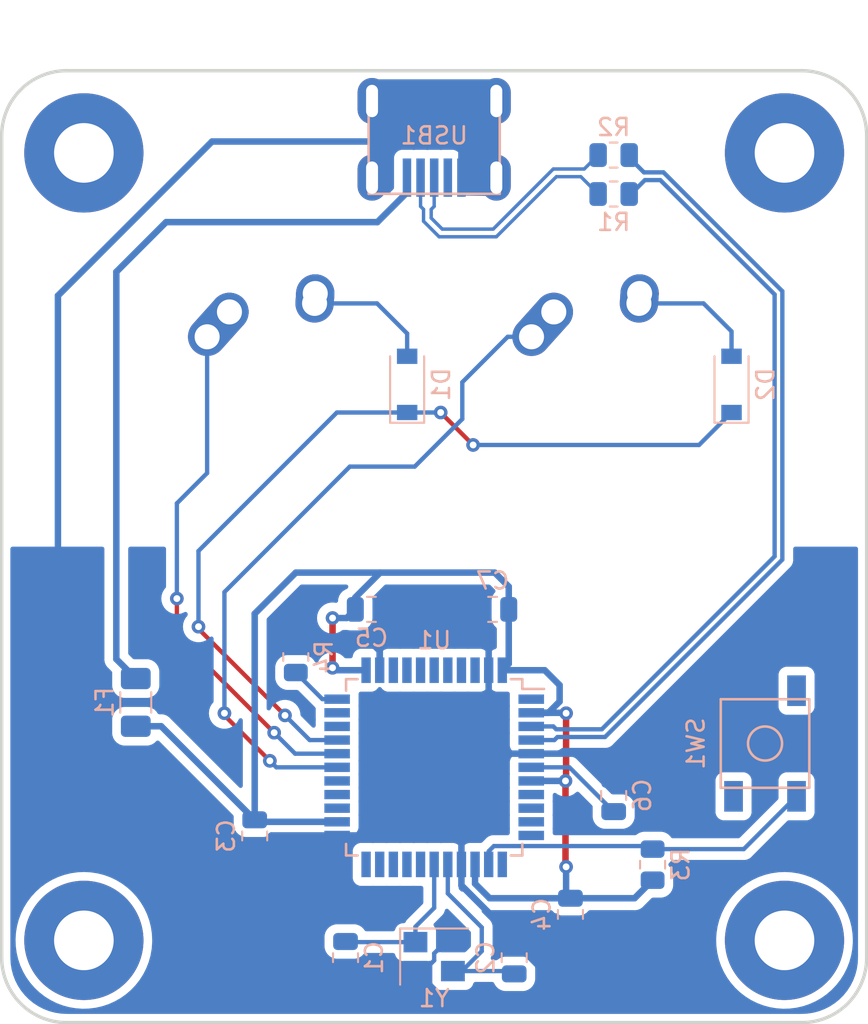
<source format=kicad_pcb>
(kicad_pcb (version 20211014) (generator pcbnew)
  (layers (0 "F.Cu" signal) (31 "B.Cu" signal) (34 "B.Paste" user) (35 "F.Paste" user) (36 "B.SilkS" user "B.Silkscreen") (37 "F.SilkS" user "F.Silkscreen") (38 "B.Mask" user) (39 "F.Mask" user) (44 "Edge.Cuts" user))
  (net 0 "")
  (net 1 "GND")
  (net 2 "Net-(C1-Pad2)")
  (net 3 "Net-(C2-Pad2)")
  (net 4 "+5V")
  (net 5 "Net-(C6-Pad1)")
  (net 6 "ROW0")
  (net 7 "Net-(D1-Pad2)")
  (net 8 "Net-(D2-Pad2)")
  (net 9 "VCC")
  (net 10 "COL0")
  (net 11 "COL1")
  (net 12 "D-")
  (net 13 "Net-(R1-Pad2)")
  (net 14 "D+")
  (net 15 "Net-(R2-Pad2)")
  (net 16 "Net-(R3-Pad2)")
  (net 17 "Net-(R4-Pad1)")
  (footprint "" (layer "F.Cu") (at 106.426 79.756)
    (fp_text reference "" (at 0 0) (layer "F.SilkS") (effects (font (size 1.27 1.27))))
    (fp_text value "" (at 0 0) (layer "F.SilkS") (effects (font (size 1.27 1.27))))
    (pad "1" thru_hole circle (at 0 0) (size 7 7) (drill 3.5) (layers F&B.Cu *.Mask))
  )
  (footprint "" (layer "F.Cu") (at 147.574 79.756)
    (fp_text reference "" (at 0 0) (layer "F.SilkS") (effects (font (size 1.27 1.27))))
    (fp_text value "" (at 0 0) (layer "F.SilkS") (effects (font (size 1.27 1.27))))
    (pad "1" thru_hole circle (at 0 0) (size 7 7) (drill 3.5) (layers F&B.Cu *.Mask))
  )
  (footprint "MX_Alps_Hybrid:MX-1U-NoLED" (layer "F.Cu") (at 136.525 93.091)
    (fp_text reference "MX2")
    (fp_text value "MX-NoLED")
    (pad "" np_thru_hole circle locked (at -5.08 0 48.0996) (size 1.75 1.75) (drill 1.75) (layers *.Cu *.Mask))
    (pad "" np_thru_hole circle locked (at 5.08 0 48.0996) (size 1.75 1.75) (drill 1.75) (layers *.Cu *.Mask))
    (pad "" np_thru_hole circle locked (at 0 0) (size 3.9878 3.9878) (drill 3.9878) (layers *.Cu *.Mask))
    (pad "1" thru_hole oval locked (at -3.81 -2.54 48.0996) (size 4.211556 2.25) (drill 1.47 (offset 0.980778 0)) (layers *.Cu "B.Mask") (net 11 "COL1"))
    (pad "1" thru_hole circle locked (at -2.5 -4) (size 2.25 2.25) (drill 1.47) (layers *.Cu "B.Mask") (net 11 "COL1"))
    (pad "2" thru_hole circle locked (at 2.54 -5.08) (size 2.25 2.25) (drill 1.47) (layers *.Cu "B.Mask") (net 8 "Net-(D2-Pad2)"))
    (pad "2" thru_hole oval locked (at 2.5 -4.5 86.0548) (size 2.831378 2.25) (drill 1.47 (offset 0.290689 0)) (layers *.Cu "B.Mask") (net 8 "Net-(D2-Pad2)"))
  )
  (footprint "" (layer "F.Cu") (at 147.574 125.984)
    (fp_text reference "" (at 0 0) (layer "F.SilkS") (effects (font (size 1.27 1.27))))
    (fp_text value "" (at 0 0) (layer "F.SilkS") (effects (font (size 1.27 1.27))))
    (pad "1" thru_hole circle (at 0 0) (size 7 7) (drill 3.5) (layers F&B.Cu *.Mask))
  )
  (footprint "" (layer "F.Cu") (at 106.426 125.984)
    (fp_text reference "" (at 0 0) (layer "F.SilkS") (effects (font (size 1.27 1.27))))
    (fp_text value "" (at 0 0) (layer "F.SilkS") (effects (font (size 1.27 1.27))))
    (pad "1" thru_hole circle (at 0 0) (size 7 7) (drill 3.5) (layers F&B.Cu *.Mask))
  )
  (footprint "MX_Alps_Hybrid:MX-1U-NoLED" (layer "F.Cu") (at 117.475 93.091)
    (fp_text reference "MX1")
    (fp_text value "MX-NoLED")
    (pad "" np_thru_hole circle locked (at 5.08 0 48.0996) (size 1.75 1.75) (drill 1.75) (layers *.Cu *.Mask))
    (pad "" np_thru_hole circle locked (at 0 0) (size 3.9878 3.9878) (drill 3.9878) (layers *.Cu *.Mask))
    (pad "" np_thru_hole circle locked (at -5.08 0 48.0996) (size 1.75 1.75) (drill 1.75) (layers *.Cu *.Mask))
    (pad "1" thru_hole oval locked (at -3.81 -2.54 48.0996) (size 4.211556 2.25) (drill 1.47 (offset 0.980778 0)) (layers *.Cu "B.Mask") (net 10 "COL0"))
    (pad "1" thru_hole circle locked (at -2.5 -4) (size 2.25 2.25) (drill 1.47) (layers *.Cu "B.Mask") (net 10 "COL0"))
    (pad "2" thru_hole circle locked (at 2.54 -5.08) (size 2.25 2.25) (drill 1.47) (layers *.Cu "B.Mask") (net 7 "Net-(D1-Pad2)"))
    (pad "2" thru_hole oval locked (at 2.5 -4.5 86.0548) (size 2.831378 2.25) (drill 1.47 (offset 0.290689 0)) (layers *.Cu "B.Mask") (net 7 "Net-(D1-Pad2)"))
  )
  (footprint "Resistor_SMD:R_0805_2012Metric" (layer "B.Cu") (at 137.541 82.169)
    (fp_text reference "R1" (at 0 1.65) (layer "B.SilkS") (effects (justify mirror)))
    (fp_text value "22")
    (fp_line (start -0.227064 -0.735) (end 0.227064 -0.735) (layer "B.SilkS") (width 0.12))
    (fp_line (start -0.227064 0.735) (end 0.227064 0.735) (layer "B.SilkS") (width 0.12))
    (pad "1" smd roundrect (at -0.9125 0) (size 1.025 1.4) (layers "B.Cu" "B.Paste" "B.Mask") (roundrect_rratio 0.243902439) (net 12 "D-"))
    (pad "2" smd roundrect (at 0.9125 0) (size 1.025 1.4) (layers "B.Cu" "B.Paste" "B.Mask") (roundrect_rratio 0.243902439) (net 13 "Net-(R1-Pad2)"))
  )
  (footprint "Capacitor_SMD:C_0805_2012Metric" (layer "B.Cu") (at 121.793 127 90)
    (fp_text reference "C1" (at 0 1.68 90) (layer "B.SilkS") (effects (justify mirror)))
    (fp_text value "22pF")
    (fp_line (start -0.261252 0.735) (end 0.261252 0.735) (layer "B.SilkS") (width 0.12))
    (fp_line (start -0.261252 -0.735) (end 0.261252 -0.735) (layer "B.SilkS") (width 0.12))
    (pad "1" smd roundrect (at -0.95 0 90) (size 1 1.45) (layers "B.Cu" "B.Paste" "B.Mask") (net 1 "GND"))
    (pad "2" smd roundrect (at 0.95 0 90) (size 1 1.45) (layers "B.Cu" "B.Paste" "B.Mask") (net 2 "Net-(C1-Pad2)"))
  )
  (footprint "Fuse:Fuse_1206_3216Metric" (layer "B.Cu") (at 109.474 112.014 -90)
    (fp_text reference "F1" (at 0 1.82 90) (layer "B.SilkS") (effects (justify mirror)))
    (fp_text value "500mA")
    (fp_line (start -0.602064 0.91) (end 0.602064 0.91) (layer "B.SilkS") (width 0.12))
    (fp_line (start -0.602064 -0.91) (end 0.602064 -0.91) (layer "B.SilkS") (width 0.12))
    (pad "1" smd roundrect (at -1.4 0 270) (size 1.25 1.75) (layers "B.Cu" "B.Paste" "B.Mask") (roundrect_rratio 0.2) (net 9 "VCC"))
    (pad "2" smd roundrect (at 1.4 0 270) (size 1.25 1.75) (layers "B.Cu" "B.Paste" "B.Mask") (roundrect_rratio 0.2) (net 4 "+5V"))
  )
  (footprint "Capacitor_SMD:C_0805_2012Metric" (layer "B.Cu") (at 135.001 124.46 -90)
    (fp_text reference "C4" (at 0 1.68 90) (layer "B.SilkS") (effects (justify mirror)))
    (fp_text value "0.1uF")
    (fp_line (start -0.261252 0.735) (end 0.261252 0.735) (layer "B.SilkS") (width 0.12))
    (fp_line (start -0.261252 -0.735) (end 0.261252 -0.735) (layer "B.SilkS") (width 0.12))
    (pad "1" smd roundrect (at -0.95 0 270) (size 1 1.45) (layers "B.Cu" "B.Paste" "B.Mask") (net 4 "+5V"))
    (pad "2" smd roundrect (at 0.95 0 270) (size 1 1.45) (layers "B.Cu" "B.Paste" "B.Mask") (net 1 "GND"))
  )
  (footprint "Resistor_SMD:R_0805_2012Metric" (layer "B.Cu") (at 139.827 121.539 90)
    (fp_text reference "R3" (at 0 1.65 90) (layer "B.SilkS") (effects (justify mirror)))
    (fp_text value "10k")
    (fp_line (start -0.227064 -0.735) (end 0.227064 -0.735) (layer "B.SilkS") (width 0.12))
    (fp_line (start -0.227064 0.735) (end 0.227064 0.735) (layer "B.SilkS") (width 0.12))
    (pad "1" smd roundrect (at -0.9125 0 90) (size 1.025 1.4) (layers "B.Cu" "B.Paste" "B.Mask") (roundrect_rratio 0.243902439) (net 4 "+5V"))
    (pad "2" smd roundrect (at 0.9125 0 90) (size 1.025 1.4) (layers "B.Cu" "B.Paste" "B.Mask") (roundrect_rratio 0.243902439) (net 16 "Net-(R3-Pad2)"))
  )
  (footprint "random-keyboard-parts:SKQG-1155865" (layer "B.Cu") (at 146.431 114.427 90)
    (fp_text reference "SW1" (at 0 -4.064 90) (layer "B.SilkS") (effects (justify mirror)))
    (fp_text value "SW_PUSH")
    (fp_line (start -2.6 2.6) (end 2.6 2.6) (layer "B.SilkS") (width 0.15))
    (fp_line (start 2.6 -2.6) (end -2.6 -2.6) (layer "B.SilkS") (width 0.15))
    (fp_line (start 2.6 2.6) (end 2.6 -2.6) (layer "B.SilkS") (width 0.15))
    (fp_line (start -2.6 -2.6) (end -2.6 2.6) (layer "B.SilkS") (width 0.15))
    (fp_circle (center 0 0) (end 1 0) (layer "B.SilkS") (width 0.15) (fill none))
    (pad "1" smd rect locked (at 3.1 -1.85 90) (size 1.8 1.1) (layers "B.Cu" "B.Paste" "B.Mask") (net 1 "GND"))
    (pad "2" smd rect locked (at -3.1 1.85 90) (size 1.8 1.1) (layers "B.Cu" "B.Paste" "B.Mask") (net 16 "Net-(R3-Pad2)"))
    (pad "3" smd rect locked (at 3.1 1.85 90) (size 1.8 1.1) (layers "B.Cu" "B.Paste" "B.Mask"))
    (pad "4" smd rect locked (at -3.1 -1.85 90) (size 1.8 1.1) (layers "B.Cu" "B.Paste" "B.Mask"))
  )
  (footprint "Capacitor_SMD:C_0805_2012Metric" (layer "B.Cu") (at 116.459 119.85625 -90)
    (fp_text reference "C3" (at 0 1.68 90) (layer "B.SilkS") (effects (justify mirror)))
    (fp_text value "0.1uF")
    (fp_line (start -0.261252 -0.735) (end 0.261252 -0.735) (layer "B.SilkS") (width 0.12))
    (fp_line (start -0.261252 0.735) (end 0.261252 0.735) (layer "B.SilkS") (width 0.12))
    (pad "1" smd roundrect (at -0.95 0 270) (size 1 1.45) (layers "B.Cu" "B.Paste" "B.Mask") (net 4 "+5V"))
    (pad "2" smd roundrect (at 0.95 0 270) (size 1 1.45) (layers "B.Cu" "B.Paste" "B.Mask") (net 1 "GND"))
  )
  (footprint "Capacitor_SMD:C_0805_2012Metric" (layer "B.Cu") (at 130.429 106.553 180)
    (fp_text reference "C7" (at 0 1.68) (layer "B.SilkS") (effects (justify mirror)))
    (fp_text value "10uF")
    (fp_line (start -0.261252 0.735) (end 0.261252 0.735) (layer "B.SilkS") (width 0.12))
    (fp_line (start -0.261252 -0.735) (end 0.261252 -0.735) (layer "B.SilkS") (width 0.12))
    (pad "1" smd roundrect (at -0.95 0 180) (size 1 1.45) (layers "B.Cu" "B.Paste" "B.Mask") (net 4 "+5V"))
    (pad "2" smd roundrect (at 0.95 0 180) (size 1 1.45) (layers "B.Cu" "B.Paste" "B.Mask") (net 1 "GND"))
  )
  (footprint "Diode_SMD:D_SOD-123" (layer "B.Cu") (at 144.4625 93.345 90)
    (fp_text reference "D2" (at 0 2 90) (layer "B.SilkS") (effects (justify mirror)))
    (fp_text value "SOD-123")
    (fp_line (start -2.25 -1) (end 1.65 -1) (layer "B.SilkS") (width 0.12))
    (fp_line (start -2.25 1) (end -2.25 -1) (layer "B.SilkS") (width 0.12))
    (fp_line (start -2.25 1) (end 1.65 1) (layer "B.SilkS") (width 0.12))
    (pad "1" smd rect (at -1.65 0 90) (size 0.9 1.2) (layers "B.Cu" "B.Paste" "B.Mask") (net 6 "ROW0"))
    (pad "2" smd rect (at 1.65 0 90) (size 0.9 1.2) (layers "B.Cu" "B.Paste" "B.Mask") (net 8 "Net-(D2-Pad2)"))
  )
  (footprint "random-keyboard-parts:Molex-0548190589" (layer "B.Cu") (at 127 76.708 -90)
    (fp_text reference "USB1" (at 2.032 0) (layer "B.SilkS") (effects (justify mirror)))
    (fp_text value "Molex-0548190589")
    (fp_line (start 5.45 3.85) (end 5.45 -3.85) (layer "B.SilkS") (width 0.15))
    (fp_line (start 0 -3.85) (end 5.45 -3.85) (layer "B.SilkS") (width 0.15))
    (fp_line (start 0 3.85) (end 5.45 3.85) (layer "B.SilkS") (width 0.15))
    (pad "1" smd rect locked (at 4.5 -1.6 270) (size 2.25 0.5) (layers "B.Cu" "B.Paste" "B.Mask") (net 1 "GND"))
    (pad "2" smd rect locked (at 4.5 -0.8 270) (size 2.25 0.5) (layers "B.Cu" "B.Paste" "B.Mask"))
    (pad "3" smd rect locked (at 4.5 0 270) (size 2.25 0.5) (layers "B.Cu" "B.Paste" "B.Mask") (net 14 "D+"))
    (pad "4" smd rect locked (at 4.5 0.8 270) (size 2.25 0.5) (layers "B.Cu" "B.Paste" "B.Mask") (net 12 "D-"))
    (pad "5" smd rect locked (at 4.5 1.6 270) (size 2.25 0.5) (layers "B.Cu" "B.Paste" "B.Mask") (net 9 "VCC"))
    (pad "6" thru_hole oval locked (at 0 3.65 270) (size 2.7 1.7) (drill oval 1.9 0.7) (layers *.Cu *.Mask) (net 1 "GND"))
    (pad "6" thru_hole oval locked (at 4.5 -3.65 270) (size 2.7 1.7) (drill oval 1.9 0.7) (layers *.Cu *.Mask) (net 1 "GND"))
    (pad "6" thru_hole oval locked (at 4.5 3.65 270) (size 2.7 1.7) (drill oval 1.9 0.7) (layers *.Cu *.Mask) (net 1 "GND"))
    (pad "6" thru_hole oval locked (at 0 -3.65 270) (size 2.7 1.7) (drill oval 1.9 0.7) (layers *.Cu *.Mask) (net 1 "GND"))
  )
  (footprint "Capacitor_SMD:C_0805_2012Metric" (layer "B.Cu") (at 131.699 127 -90)
    (fp_text reference "C2" (at 0 1.68 90) (layer "B.SilkS") (effects (justify mirror)))
    (fp_text value "22pF")
    (fp_line (start -0.261252 -0.735) (end 0.261252 -0.735) (layer "B.SilkS") (width 0.12))
    (fp_line (start -0.261252 0.735) (end 0.261252 0.735) (layer "B.SilkS") (width 0.12))
    (pad "1" smd roundrect (at -0.95 0 270) (size 1 1.45) (layers "B.Cu" "B.Paste" "B.Mask") (net 1 "GND"))
    (pad "2" smd roundrect (at 0.95 0 270) (size 1 1.45) (layers "B.Cu" "B.Paste" "B.Mask") (net 3 "Net-(C2-Pad2)"))
  )
  (footprint "Resistor_SMD:R_0805_2012Metric" (layer "B.Cu") (at 118.872 109.347 90)
    (fp_text reference "R4" (at 0 1.65 90) (layer "B.SilkS") (effects (justify mirror)))
    (fp_text value "10k")
    (fp_line (start -0.227064 0.735) (end 0.227064 0.735) (layer "B.SilkS") (width 0.12))
    (fp_line (start -0.227064 -0.735) (end 0.227064 -0.735) (layer "B.SilkS") (width 0.12))
    (pad "1" smd roundrect (at -0.9125 0 90) (size 1.025 1.4) (layers "B.Cu" "B.Paste" "B.Mask") (roundrect_rratio 0.243902439) (net 17 "Net-(R4-Pad1)"))
    (pad "2" smd roundrect (at 0.9125 0 90) (size 1.025 1.4) (layers "B.Cu" "B.Paste" "B.Mask") (roundrect_rratio 0.243902439) (net 1 "GND"))
  )
  (footprint "Diode_SMD:D_SOD-123" (layer "B.Cu") (at 125.4125 93.345 90)
    (fp_text reference "D1" (at 0 2 90) (layer "B.SilkS") (effects (justify mirror)))
    (fp_text value "SOD-123")
    (fp_line (start -2.25 -1) (end 1.65 -1) (layer "B.SilkS") (width 0.12))
    (fp_line (start -2.25 1) (end 1.65 1) (layer "B.SilkS") (width 0.12))
    (fp_line (start -2.25 1) (end -2.25 -1) (layer "B.SilkS") (width 0.12))
    (pad "1" smd rect (at -1.65 0 90) (size 0.9 1.2) (layers "B.Cu" "B.Paste" "B.Mask") (net 6 "ROW0"))
    (pad "2" smd rect (at 1.65 0 90) (size 0.9 1.2) (layers "B.Cu" "B.Paste" "B.Mask") (net 7 "Net-(D1-Pad2)"))
  )
  (footprint "Capacitor_SMD:C_0805_2012Metric" (layer "B.Cu") (at 123.317 106.553)
    (fp_text reference "C5" (at 0 1.68) (layer "B.SilkS") (effects (justify mirror)))
    (fp_text value "0.1uF")
    (fp_line (start -0.261252 0.735) (end 0.261252 0.735) (layer "B.SilkS") (width 0.12))
    (fp_line (start -0.261252 -0.735) (end 0.261252 -0.735) (layer "B.SilkS") (width 0.12))
    (pad "1" smd roundrect (at -0.95 0) (size 1 1.45) (layers "B.Cu" "B.Paste" "B.Mask") (net 4 "+5V"))
    (pad "2" smd roundrect (at 0.95 0) (size 1 1.45) (layers "B.Cu" "B.Paste" "B.Mask") (net 1 "GND"))
  )
  (footprint "Package_QFP:TQFP-44_10x10mm_P0.8mm" (layer "B.Cu") (at 127 115.824 180)
    (fp_text reference "U1" (at 0 7.45) (layer "B.SilkS") (effects (justify mirror)))
    (fp_text value "ATmega32U4-A")
    (fp_line (start 5.175 5.175) (end 4.5 5.175) (layer "B.SilkS") (width 0.15))
    (fp_line (start 5.175 -5.175) (end 5.175 -4.5) (layer "B.SilkS") (width 0.15))
    (fp_line (start -5.175 -5.175) (end -4.5 -5.175) (layer "B.SilkS") (width 0.15))
    (fp_line (start -5.175 5.175) (end -5.175 4.6) (layer "B.SilkS") (width 0.15))
    (fp_line (start -5.175 -5.175) (end -5.175 -4.5) (layer "B.SilkS") (width 0.15))
    (fp_line (start 5.175 5.175) (end 5.175 4.5) (layer "B.SilkS") (width 0.15))
    (fp_line (start 5.175 -5.175) (end 4.5 -5.175) (layer "B.SilkS") (width 0.15))
    (fp_line (start -5.175 4.6) (end -6.45 4.6) (layer "B.SilkS") (width 0.15))
    (fp_line (start -5.175 5.175) (end -4.5 5.175) (layer "B.SilkS") (width 0.15))
    (pad "1" smd rect (at -5.7 4 180) (size 1.5 0.55) (layers "B.Cu" "B.Paste" "B.Mask"))
    (pad "2" smd rect (at -5.7 3.2 180) (size 1.5 0.55) (layers "B.Cu" "B.Paste" "B.Mask") (net 4 "+5V"))
    (pad "3" smd rect (at -5.7 2.4 180) (size 1.5 0.55) (layers "B.Cu" "B.Paste" "B.Mask") (net 13 "Net-(R1-Pad2)"))
    (pad "4" smd rect (at -5.7 1.6 180) (size 1.5 0.55) (layers "B.Cu" "B.Paste" "B.Mask") (net 15 "Net-(R2-Pad2)"))
    (pad "5" smd rect (at -5.7 0.8 180) (size 1.5 0.55) (layers "B.Cu" "B.Paste" "B.Mask") (net 1 "GND"))
    (pad "6" smd rect (at -5.7 0 180) (size 1.5 0.55) (layers "B.Cu" "B.Paste" "B.Mask") (net 5 "Net-(C6-Pad1)"))
    (pad "7" smd rect (at -5.7 -0.8 180) (size 1.5 0.55) (layers "B.Cu" "B.Paste" "B.Mask") (net 4 "+5V"))
    (pad "8" smd rect (at -5.7 -1.6 180) (size 1.5 0.55) (layers "B.Cu" "B.Paste" "B.Mask"))
    (pad "9" smd rect (at -5.7 -2.4 180) (size 1.5 0.55) (layers "B.Cu" "B.Paste" "B.Mask"))
    (pad "10" smd rect (at -5.7 -3.2 180) (size 1.5 0.55) (layers "B.Cu" "B.Paste" "B.Mask"))
    (pad "11" smd rect (at -5.7 -4 180) (size 1.5 0.55) (layers "B.Cu" "B.Paste" "B.Mask"))
    (pad "12" smd rect (at -4 -5.7 90) (size 1.5 0.55) (layers "B.Cu" "B.Paste" "B.Mask"))
    (pad "13" smd rect (at -3.2 -5.7 90) (size 1.5 0.55) (layers "B.Cu" "B.Paste" "B.Mask") (net 16 "Net-(R3-Pad2)"))
    (pad "14" smd rect (at -2.4 -5.7 90) (size 1.5 0.55) (layers "B.Cu" "B.Paste" "B.Mask") (net 4 "+5V"))
    (pad "15" smd rect (at -1.6 -5.7 90) (size 1.5 0.55) (layers "B.Cu" "B.Paste" "B.Mask") (net 1 "GND"))
    (pad "16" smd rect (at -0.8 -5.7 90) (size 1.5 0.55) (layers "B.Cu" "B.Paste" "B.Mask") (net 3 "Net-(C2-Pad2)"))
    (pad "17" smd rect (at 0 -5.7 90) (size 1.5 0.55) (layers "B.Cu" "B.Paste" "B.Mask") (net 2 "Net-(C1-Pad2)"))
    (pad "18" smd rect (at 0.8 -5.7 90) (size 1.5 0.55) (layers "B.Cu" "B.Paste" "B.Mask"))
    (pad "19" smd rect (at 1.6 -5.7 90) (size 1.5 0.55) (layers "B.Cu" "B.Paste" "B.Mask"))
    (pad "20" smd rect (at 2.4 -5.7 90) (size 1.5 0.55) (layers "B.Cu" "B.Paste" "B.Mask"))
    (pad "21" smd rect (at 3.2 -5.7 90) (size 1.5 0.55) (layers "B.Cu" "B.Paste" "B.Mask"))
    (pad "22" smd rect (at 4 -5.7 90) (size 1.5 0.55) (layers "B.Cu" "B.Paste" "B.Mask"))
    (pad "23" smd rect (at 5.7 -4 180) (size 1.5 0.55) (layers "B.Cu" "B.Paste" "B.Mask") (net 1 "GND"))
    (pad "24" smd rect (at 5.7 -3.2 180) (size 1.5 0.55) (layers "B.Cu" "B.Paste" "B.Mask") (net 4 "+5V"))
    (pad "25" smd rect (at 5.7 -2.4 180) (size 1.5 0.55) (layers "B.Cu" "B.Paste" "B.Mask"))
    (pad "26" smd rect (at 5.7 -1.6 180) (size 1.5 0.55) (layers "B.Cu" "B.Paste" "B.Mask"))
    (pad "27" smd rect (at 5.7 -0.8 180) (size 1.5 0.55) (layers "B.Cu" "B.Paste" "B.Mask"))
    (pad "28" smd rect (at 5.7 0 180) (size 1.5 0.55) (layers "B.Cu" "B.Paste" "B.Mask") (net 11 "COL1"))
    (pad "29" smd rect (at 5.7 0.8 180) (size 1.5 0.55) (layers "B.Cu" "B.Paste" "B.Mask") (net 10 "COL0"))
    (pad "30" smd rect (at 5.7 1.6 180) (size 1.5 0.55) (layers "B.Cu" "B.Paste" "B.Mask") (net 6 "ROW0"))
    (pad "31" smd rect (at 5.7 2.4 180) (size 1.5 0.55) (layers "B.Cu" "B.Paste" "B.Mask"))
    (pad "32" smd rect (at 5.7 3.2 180) (size 1.5 0.55) (layers "B.Cu" "B.Paste" "B.Mask"))
    (pad "33" smd rect (at 5.7 4 180) (size 1.5 0.55) (layers "B.Cu" "B.Paste" "B.Mask") (net 17 "Net-(R4-Pad1)"))
    (pad "34" smd rect (at 4 5.7 90) (size 1.5 0.55) (layers "B.Cu" "B.Paste" "B.Mask") (net 4 "+5V"))
    (pad "35" smd rect (at 3.2 5.7 90) (size 1.5 0.55) (layers "B.Cu" "B.Paste" "B.Mask") (net 1 "GND"))
    (pad "36" smd rect (at 2.4 5.7 90) (size 1.5 0.55) (layers "B.Cu" "B.Paste" "B.Mask"))
    (pad "37" smd rect (at 1.6 5.7 90) (size 1.5 0.55) (layers "B.Cu" "B.Paste" "B.Mask"))
    (pad "38" smd rect (at 0.8 5.7 90) (size 1.5 0.55) (layers "B.Cu" "B.Paste" "B.Mask"))
    (pad "39" smd rect (at 0 5.7 90) (size 1.5 0.55) (layers "B.Cu" "B.Paste" "B.Mask"))
    (pad "40" smd rect (at -0.8 5.7 90) (size 1.5 0.55) (layers "B.Cu" "B.Paste" "B.Mask"))
    (pad "41" smd rect (at -1.6 5.7 90) (size 1.5 0.55) (layers "B.Cu" "B.Paste" "B.Mask"))
    (pad "42" smd rect (at -2.4 5.7 90) (size 1.5 0.55) (layers "B.Cu" "B.Paste" "B.Mask"))
    (pad "43" smd rect (at -3.2 5.7 90) (size 1.5 0.55) (layers "B.Cu" "B.Paste" "B.Mask") (net 1 "GND"))
    (pad "44" smd rect (at -4 5.7 90) (size 1.5 0.55) (layers "B.Cu" "B.Paste" "B.Mask") (net 4 "+5V"))
  )
  (footprint "Crystal:Crystal_SMD_3225-4Pin_3.2x2.5mm" (layer "B.Cu") (at 127 126.9365)
    (fp_text reference "Y1" (at 0 2.45) (layer "B.SilkS") (effects (justify mirror)))
    (fp_text value "16MHz")
    (fp_line (start -2 1.65) (end -2 -1.65) (layer "B.SilkS") (width 0.12))
    (fp_line (start -2 -1.65) (end 2 -1.65) (layer "B.SilkS") (width 0.12))
    (pad "1" smd rect (at -1.1 -0.85) (size 1.4 1.2) (layers "B.Cu" "B.Paste" "B.Mask") (net 2 "Net-(C1-Pad2)"))
    (pad "2" smd rect (at 1.1 -0.85) (size 1.4 1.2) (layers "B.Cu" "B.Paste" "B.Mask") (net 1 "GND"))
    (pad "3" smd rect (at 1.1 0.85) (size 1.4 1.2) (layers "B.Cu" "B.Paste" "B.Mask") (net 3 "Net-(C2-Pad2)"))
    (pad "4" smd rect (at -1.1 0.85) (size 1.4 1.2) (layers "B.Cu" "B.Paste" "B.Mask") (net 1 "GND"))
  )
  (footprint "Resistor_SMD:R_0805_2012Metric" (layer "B.Cu") (at 137.541 79.883)
    (fp_text reference "R2" (at 0 -1.633) (layer "B.SilkS") (effects (justify mirror)))
    (fp_text value "22")
    (fp_line (start -0.227064 -0.735) (end 0.227064 -0.735) (layer "B.SilkS") (width 0.12))
    (fp_line (start -0.227064 0.735) (end 0.227064 0.735) (layer "B.SilkS") (width 0.12))
    (pad "1" smd roundrect (at -0.9125 0) (size 1.025 1.4) (layers "B.Cu" "B.Paste" "B.Mask") (roundrect_rratio 0.243902439) (net 14 "D+"))
    (pad "2" smd roundrect (at 0.9125 0) (size 1.025 1.4) (layers "B.Cu" "B.Paste" "B.Mask") (roundrect_rratio 0.243902439) (net 15 "Net-(R2-Pad2)"))
  )
  (footprint "Capacitor_SMD:C_0805_2012Metric" (layer "B.Cu") (at 137.541 117.475 90)
    (fp_text reference "C6" (at 0 1.68 90) (layer "B.SilkS") (effects (justify mirror)))
    (fp_text value "1uF")
    (fp_line (start -0.261252 0.735) (end 0.261252 0.735) (layer "B.SilkS") (width 0.12))
    (fp_line (start -0.261252 -0.735) (end 0.261252 -0.735) (layer "B.SilkS") (width 0.12))
    (pad "1" smd roundrect (at -0.95 0 90) (size 1 1.45) (layers "B.Cu" "B.Paste" "B.Mask") (net 5 "Net-(C6-Pad1)"))
    (pad "2" smd roundrect (at 0.95 0 90) (size 1 1.45) (layers "B.Cu" "B.Paste" "B.Mask") (net 1 "GND"))
  )
  (gr_line (start 148.59 130.81) (end 105.41 130.81) (layer "Edge.Cuts") (width 0.2))
  (gr_line (start 101.6 127) (end 101.6 78.74) (layer "Edge.Cuts") (width 0.2))
  (gr_arc (start 101.6 78.74) (mid 102.715923 76.045923) (end 105.41 74.93) (layer "Edge.Cuts") (width 0.2))
  (gr_arc (start 105.41 130.81) (mid 102.715923 129.694077) (end 101.6 127) (layer "Edge.Cuts") (width 0.2))
  (gr_line (start 152.4 78.74) (end 152.4 127) (layer "Edge.Cuts") (width 0.2))
  (gr_line (start 105.41 74.93) (end 148.59 74.93) (layer "Edge.Cuts") (width 0.2))
  (gr_arc (start 152.4 127) (mid 151.284077 129.694077) (end 148.59 130.81) (layer "Edge.Cuts") (width 0.2))
  (gr_arc (start 148.59 74.93) (mid 151.284077 76.045923) (end 152.4 78.74) (layer "Edge.Cuts") (width 0.2))
  (segment (start 123.8 110.124) (end 123.8 108.993) (width 0.381) (layer "B.Cu") (net 1))
  (segment (start 130.429 124.587) (end 134.178 124.587) (width 0.381) (layer "B.Cu") (net 1))
  (segment (start 130.65 81.208) (end 128.6 81.208) (width 0.381) (layer "B.Cu") (net 1))
  (segment (start 136.04 115.024) (end 137.541 116.525) (width 0.381) (layer "B.Cu") (net 1))
  (segment (start 104.902 88.138) (end 104.902 115.57) (width 0.381) (layer "B.Cu") (net 1))
  (segment (start 128.651 117.475) (end 130.175 115.951) (width 0.381) (layer "B.Cu") (net 1))
  (segment (start 123.8 110.124) (end 123.8 107.02) (width 0.381) (layer "B.Cu") (net 1))
  (segment (start 121.9565 127.7865) (end 121.793 127.95) (width 0.381) (layer "B.Cu") (net 1))
  (segment (start 133.604 128.778) (end 133.604 127.955) (width 0.381) (layer "B.Cu") (net 1))
  (segment (start 130.175 115.951) (end 131.102 115.024) (width 0.381) (layer "B.Cu") (net 1))
  (segment (start 127.7805 129.667) (end 132.715 129.667) (width 0.381) (layer "B.Cu") (net 1))
  (segment (start 123.35 79.088) (end 123.35 76.708) (width 0.381) (layer "B.Cu") (net 1))
  (segment (start 137.541 116.525) (end 139.38 116.525) (width 0.381) (layer "B.Cu") (net 1))
  (segment (start 128.11 79.088) (end 128.6 79.578) (width 0.381) (layer "B.Cu") (net 1))
  (segment (start 139.38 116.525) (end 144.578 111.327) (width 0.381) (layer "B.Cu") (net 1))
  (segment (start 126.302 119.824) (end 128.651 117.475) (width 0.381) (layer "B.Cu") (net 1))
  (segment (start 133.604 127.955) (end 131.699 126.05) (width 0.381) (layer "B.Cu") (net 1))
  (segment (start 128.6 122.758) (end 128.6 121.524) (width 0.381) (layer "B.Cu") (net 1))
  (segment (start 124.267 106.553) (end 129.479 106.553) (width 0.381) (layer "B.Cu") (net 1))
  (segment (start 130.2 108.61) (end 130.2 110.124) (width 0.381) (layer "B.Cu") (net 1))
  (segment (start 123.35 81.208) (end 123.35 79.088) (width 0.381) (layer "B.Cu") (net 1))
  (segment (start 123.8 107.02) (end 124.267 106.553) (width 0.381) (layer "B.Cu") (net 1))
  (segment (start 123.2415 108.4345) (end 118.872 108.4345) (width 0.381) (layer "B.Cu") (net 1))
  (segment (start 130.2 115.926) (end 130.175 115.951) (width 0.381) (layer "B.Cu") (net 1))
  (segment (start 131.102 115.024) (end 132.7 115.024) (width 0.381) (layer "B.Cu") (net 1))
  (segment (start 127 127.16075) (end 127 126.746) (width 0.254) (layer "B.Cu") (net 1))
  (segment (start 127 126.746) (end 127.6595 126.0865) (width 0.254) (layer "B.Cu") (net 1))
  (segment (start 130.65 76.708) (end 130.65 81.208) (width 0.381) (layer "B.Cu") (net 1))
  (segment (start 130.2 110.124) (end 130.2 115.926) (width 0.381) (layer "B.Cu") (net 1))
  (segment (start 131.699 125.857) (end 128.6 122.758) (width 0.381) (layer "B.Cu") (net 1))
  (segment (start 128.6 121.524) (end 128.6 117.526) (width 0.381) (layer "B.Cu") (net 1))
  (segment (start 127.6595 126.0865) (end 127.719 126.0865) (width 0.254) (layer "B.Cu") (net 1))
  (segment (start 129.479 107.889) (end 130.2 108.61) (width 0.381) (layer "B.Cu") (net 1))
  (segment (start 121.3 119.824) (end 126.302 119.824) (width 0.381) (layer "B.Cu") (net 1))
  (segment (start 117.44125 119.824) (end 121.3 119.824) (width 0.381) (layer "B.Cu") (net 1))
  (segment (start 125.9 127.7865) (end 121.9565 127.7865) (width 0.381) (layer "B.Cu") (net 1))
  (segment (start 128.6 117.526) (end 128.651 117.475) (width 0.381) (layer "B.Cu") (net 1))
  (segment (start 123.35 79.088) (end 128.11 79.088) (width 0.381) (layer "B.Cu") (net 1))
  (segment (start 113.952 79.088) (end 104.902 88.138) (width 0.381) (layer "B.Cu") (net 1))
  (segment (start 129.479 106.553) (end 129.479 107.889) (width 0.381) (layer "B.Cu") (net 1))
  (segment (start 132.715 129.667) (end 133.604 128.778) (width 0.381) (layer "B.Cu") (net 1))
  (segment (start 128.6 79.578) (end 128.6 81.208) (width 0.381) (layer "B.Cu") (net 1))
  (segment (start 126.37425 127.7865) (end 127 127.16075) (width 0.254) (layer "B.Cu") (net 1))
  (segment (start 134.178 124.587) (end 135.001 125.41) (width 0.381) (layer "B.Cu") (net 1))
  (segment (start 127.719 126.0865) (end 128.1 126.0865) (width 0.381) (layer "B.Cu") (net 1))
  (segment (start 131.6625 126.0865) (end 131.699 126.05) (width 0.381) (layer "B.Cu") (net 1))
  (segment (start 144.578 111.327) (end 144.581 111.327) (width 0.381) (layer "B.Cu") (net 1))
  (segment (start 125.9 127.7865) (end 127.7805 129.667) (width 0.381) (layer "B.Cu") (net 1))
  (segment (start 125.9 127.7865) (end 126.37425 127.7865) (width 0.254) (layer "B.Cu") (net 1))
  (segment (start 132.7 115.024) (end 136.04 115.024) (width 0.381) (layer "B.Cu") (net 1))
  (segment (start 123.35 79.088) (end 113.952 79.088) (width 0.381) (layer "B.Cu") (net 1))
  (segment (start 116.459 120.80625) (end 117.44125 119.824) (width 0.381) (layer "B.Cu") (net 1))
  (segment (start 131.699 126.05) (end 131.699 125.857) (width 0.381) (layer "B.Cu") (net 1))
  (segment (start 137.541 116.525) (end 137.541 116.335) (width 0.381) (layer "B.Cu") (net 1))
  (segment (start 110.236 120.904) (end 116.36125 120.904) (width 0.381) (layer "B.Cu") (net 1))
  (segment (start 123.8 108.993) (end 123.2415 108.4345) (width 0.381) (layer "B.Cu") (net 1))
  (segment (start 104.902 115.57) (end 110.236 120.904) (width 0.381) (layer "B.Cu") (net 1))
  (segment (start 116.36125 120.904) (end 116.459 120.80625) (width 0.381) (layer "B.Cu") (net 1))
  (segment (start 128.6 122.758) (end 130.429 124.587) (width 0.381) (layer "B.Cu") (net 1))
  (segment (start 121.8295 126.0865) (end 121.793 126.05) (width 0.254) (layer "B.Cu") (net 2))
  (segment (start 125.9 126.0865) (end 121.8295 126.0865) (width 0.254) (layer "B.Cu") (net 2))
  (segment (start 127 124.079) (end 127 121.524) (width 0.254) (layer "B.Cu") (net 2))
  (segment (start 125.9 125.179) (end 127 124.079) (width 0.254) (layer "B.Cu") (net 2))
  (segment (start 125.9 126.0865) (end 125.9 125.179) (width 0.254) (layer "B.Cu") (net 2))
  (segment (start 131.5355 127.7865) (end 131.699 127.95) (width 0.254) (layer "B.Cu") (net 3))
  (segment (start 128.1 127.7865) (end 127.9675 127.7865) (width 0.254) (layer "B.Cu") (net 3))
  (segment (start 127.8 123.228) (end 129.794 125.222) (width 0.254) (layer "B.Cu") (net 3))
  (segment (start 129.794 126.619) (end 128.6265 127.7865) (width 0.254) (layer "B.Cu") (net 3))
  (segment (start 129.794 125.222) (end 129.794 126.619) (width 0.254) (layer "B.Cu") (net 3))
  (segment (start 128.6265 127.7865) (end 128.1 127.7865) (width 0.254) (layer "B.Cu") (net 3))
  (segment (start 128.1 127.7865) (end 131.5355 127.7865) (width 0.254) (layer "B.Cu") (net 3))
  (segment (start 127.8 121.524) (end 127.8 123.228) (width 0.254) (layer "B.Cu") (net 3))
  (segment (start 134.747 112.649) (end 134.747 116.586) (width 0.381) (layer "F.Cu") (net 4))
  (segment (start 134.710786 116.622214) (end 134.710786 121.629786) (width 0.381) (layer "F.Cu") (net 4))
  (segment (start 134.747 116.586) (end 134.710786 116.622214) (width 0.381) (layer "F.Cu") (net 4))
  (segment (start 134.710786 121.629786) (end 134.747 121.666) (width 0.381) (layer "F.Cu") (net 4))
  (segment (start 121.031 109.982) (end 121.031 107.061) (width 0.381) (layer "F.Cu") (net 4))
  (via (at 121.031 107.061) (size 0.8) (drill 0.4) (layers "F.Cu" "B.Cu") (net 4))
  (via (at 121.031 109.982) (size 0.8) (drill 0.4) (layers "F.Cu" "B.Cu") (net 4))
  (via (at 134.747 121.666) (size 0.8) (drill 0.4) (layers "F.Cu" "B.Cu") (net 4))
  (via (at 134.747 112.649) (size 0.8) (drill 0.4) (layers "F.Cu" "B.Cu") (net 4))
  (via (at 134.710786 116.622214) (size 0.8) (drill 0.4) (layers "F.Cu" "B.Cu") (net 4))
  (segment (start 116.459 106.807) (end 116.459 118.90625) (width 0.381) (layer "B.Cu") (net 4))
  (segment (start 132.701786 116.622214) (end 132.7 116.624) (width 0.381) (layer "B.Cu") (net 4))
  (segment (start 135.001 123.51) (end 138.7685 123.51) (width 0.381) (layer "B.Cu") (net 4))
  (segment (start 130.556 104.394) (end 123.825 104.394) (width 0.381) (layer "B.Cu") (net 4))
  (segment (start 121.173 110.124) (end 121.031 109.982) (width 0.381) (layer "B.Cu") (net 4))
  (segment (start 131.379 106.553) (end 131.379 105.217) (width 0.381) (layer "B.Cu") (net 4))
  (segment (start 131.379 106.553) (end 131.379 109.745) (width 0.381) (layer "B.Cu") (net 4))
  (segment (start 109.474 113.414) (end 110.96675 113.414) (width 0.381) (layer "B.Cu") (net 4))
  (segment (start 138.7685 123.51) (end 139.827 122.4515) (width 0.381) (layer "B.Cu") (net 4))
  (segment (start 134.710786 116.622214) (end 132.701786 116.622214) (width 0.381) (layer "B.Cu") (net 4))
  (segment (start 121.031 107.061) (end 121.859 107.061) (width 0.381) (layer "B.Cu") (net 4))
  (segment (start 116.57675 119.024) (end 121.3 119.024) (width 0.381) (layer "B.Cu") (net 4))
  (segment (start 129.4 121.524) (end 129.4 122.655) (width 0.381) (layer "B.Cu") (net 4))
  (segment (start 130.255 123.51) (end 135.001 123.51) (width 0.381) (layer "B.Cu") (net 4))
  (segment (start 122.367 105.852) (end 122.367 106.553) (width 0.381) (layer "B.Cu") (net 4))
  (segment (start 123 110.124) (end 121.173 110.124) (width 0.381) (layer "B.Cu") (net 4))
  (segment (start 133.706 112.624) (end 132.7 112.624) (width 0.381) (layer "B.Cu") (net 4))
  (segment (start 123.825 104.394) (end 122.367 105.852) (width 0.381) (layer "B.Cu") (net 4))
  (segment (start 131.379 109.745) (end 131 110.124) (width 0.381) (layer "B.Cu") (net 4))
  (segment (start 118.872 104.394) (end 116.459 106.807) (width 0.381) (layer "B.Cu") (net 4))
  (segment (start 134.366 111.964) (end 133.706 112.624) (width 0.381) (layer "B.Cu") (net 4))
  (segment (start 116.459 118.90625) (end 116.57675 119.024) (width 0.381) (layer "B.Cu") (net 4))
  (segment (start 131.379 105.217) (end 130.556 104.394) (width 0.381) (layer "B.Cu") (net 4))
  (segment (start 129.413 121.511) (end 129.4 121.524) (width 0.381) (layer "B.Cu") (net 4))
  (segment (start 134.747 123.256) (end 135.001 123.51) (width 0.381) (layer "B.Cu") (net 4))
  (segment (start 134.366 110.998) (end 134.366 111.964) (width 0.381) (layer "B.Cu") (net 4))
  (segment (start 131 110.124) (end 133.492 110.124) (width 0.381) (layer "B.Cu") (net 4))
  (segment (start 121.859 107.061) (end 122.367 106.553) (width 0.381) (layer "B.Cu") (net 4))
  (segment (start 133.492 110.124) (end 134.366 110.998) (width 0.381) (layer "B.Cu") (net 4))
  (segment (start 123.825 104.394) (end 118.872 104.394) (width 0.381) (layer "B.Cu") (net 4))
  (segment (start 129.4 122.655) (end 130.255 123.51) (width 0.381) (layer "B.Cu") (net 4))
  (segment (start 134.722 112.624) (end 134.747 112.649) (width 0.381) (layer "B.Cu") (net 4))
  (segment (start 110.96675 113.414) (end 116.459 118.90625) (width 0.381) (layer "B.Cu") (net 4))
  (segment (start 132.7 112.624) (end 134.722 112.624) (width 0.381) (layer "B.Cu") (net 4))
  (segment (start 134.747 121.666) (end 134.747 123.256) (width 0.381) (layer "B.Cu") (net 4))
  (segment (start 132.7 115.824) (end 134.94 115.824) (width 0.254) (layer "B.Cu") (net 5))
  (segment (start 134.94 115.824) (end 137.541 118.425) (width 0.254) (layer "B.Cu") (net 5))
  (segment (start 118.237 112.776) (end 113.157 107.696) (width 0.254) (layer "F.Cu") (net 6))
  (segment (start 113.157 107.696) (end 113.157 107.569) (width 0.254) (layer "F.Cu") (net 6))
  (segment (start 127.381 94.996) (end 129.286 96.901) (width 0.254) (layer "F.Cu") (net 6))
  (via (at 113.157 107.569) (size 0.8) (drill 0.4) (layers "F.Cu" "B.Cu") (net 6))
  (via (at 118.237 112.776) (size 0.8) (drill 0.4) (layers "F.Cu" "B.Cu") (net 6))
  (via (at 129.286 96.901) (size 0.8) (drill 0.4) (layers "F.Cu" "B.Cu") (net 6))
  (via (at 127.381 94.996) (size 0.8) (drill 0.4) (layers "F.Cu" "B.Cu") (net 6))
  (segment (start 113.157 107.569) (end 113.157 103.124) (width 0.254) (layer "B.Cu") (net 6))
  (segment (start 125.4125 94.995) (end 127.38 94.995) (width 0.254) (layer "B.Cu") (net 6))
  (segment (start 121.3 114.224) (end 119.685 114.224) (width 0.254) (layer "B.Cu") (net 6))
  (segment (start 127.38 94.995) (end 127.381 94.996) (width 0.254) (layer "B.Cu") (net 6))
  (segment (start 142.5565 96.901) (end 144.4625 94.995) (width 0.254) (layer "B.Cu") (net 6))
  (segment (start 129.286 96.901) (end 142.5565 96.901) (width 0.254) (layer "B.Cu") (net 6))
  (segment (start 113.157 103.124) (end 121.286 94.995) (width 0.254) (layer "B.Cu") (net 6))
  (segment (start 119.685 114.224) (end 118.237 112.776) (width 0.254) (layer "B.Cu") (net 6))
  (segment (start 121.286 94.995) (end 125.4125 94.995) (width 0.254) (layer "B.Cu") (net 6))
  (segment (start 123.643 88.591) (end 125.4125 90.3605) (width 0.254) (layer "B.Cu") (net 7))
  (segment (start 125.4125 90.3605) (end 125.4125 91.695) (width 0.254) (layer "B.Cu") (net 7))
  (segment (start 119.975 88.591) (end 123.643 88.591) (width 0.254) (layer "B.Cu") (net 7))
  (segment (start 142.82 88.591) (end 144.4625 90.2335) (width 0.254) (layer "B.Cu") (net 8))
  (segment (start 139.025 88.591) (end 142.82 88.591) (width 0.254) (layer "B.Cu") (net 8))
  (segment (start 144.4625 90.2335) (end 144.4625 91.695) (width 0.254) (layer "B.Cu") (net 8))
  (segment (start 125.4 82.083) (end 123.663 83.82) (width 0.381) (layer "B.Cu") (net 9))
  (segment (start 111.252 83.82) (end 108.331 86.741) (width 0.381) (layer "B.Cu") (net 9))
  (segment (start 108.331 86.741) (end 108.331 109.471) (width 0.381) (layer "B.Cu") (net 9))
  (segment (start 123.663 83.82) (end 111.252 83.82) (width 0.381) (layer "B.Cu") (net 9))
  (segment (start 108.331 109.471) (end 109.474 110.614) (width 0.381) (layer "B.Cu") (net 9))
  (segment (start 125.4 81.208) (end 125.4 82.083) (width 0.381) (layer "B.Cu") (net 9))
  (segment (start 117.602 113.792) (end 111.887 108.077) (width 0.254) (layer "F.Cu") (net 10))
  (segment (start 111.887 108.077) (end 111.887 105.918) (width 0.254) (layer "F.Cu") (net 10))
  (via (at 117.602 113.792) (size 0.8) (drill 0.4) (layers "F.Cu" "B.Cu") (net 10))
  (via (at 111.887 105.918) (size 0.8) (drill 0.4) (layers "F.Cu" "B.Cu") (net 10))
  (segment (start 111.887 105.918) (end 111.887 100.33) (width 0.254) (layer "B.Cu") (net 10))
  (segment (start 121.3 115.024) (end 118.834 115.024) (width 0.254) (layer "B.Cu") (net 10))
  (segment (start 118.834 115.024) (end 117.602 113.792) (width 0.254) (layer "B.Cu") (net 10))
  (segment (start 111.887 100.33) (end 113.665 98.552) (width 0.254) (layer "B.Cu") (net 10))
  (segment (start 113.665 98.552) (end 113.665 90.551) (width 0.254) (layer "B.Cu") (net 10))
  (segment (start 117.348 115.443) (end 114.681 112.776) (width 0.254) (layer "F.Cu") (net 11))
  (segment (start 114.681 112.776) (end 114.681 112.649) (width 0.254) (layer "F.Cu") (net 11))
  (via (at 117.348 115.443) (size 0.8) (drill 0.4) (layers "F.Cu" "B.Cu") (net 11))
  (via (at 114.681 112.649) (size 0.8) (drill 0.4) (layers "F.Cu" "B.Cu") (net 11))
  (segment (start 114.681 112.649) (end 114.681 105.537) (width 0.254) (layer "B.Cu") (net 11))
  (segment (start 131.318 90.551) (end 132.715 90.551) (width 0.254) (layer "B.Cu") (net 11))
  (segment (start 125.857 98.171) (end 128.651 95.377) (width 0.254) (layer "B.Cu") (net 11))
  (segment (start 117.729 115.824) (end 117.348 115.443) (width 0.254) (layer "B.Cu") (net 11))
  (segment (start 128.651 95.377) (end 128.651 93.218) (width 0.254) (layer "B.Cu") (net 11))
  (segment (start 128.651 93.218) (end 131.318 90.551) (width 0.254) (layer "B.Cu") (net 11))
  (segment (start 114.681 105.537) (end 122.047 98.171) (width 0.254) (layer "B.Cu") (net 11))
  (segment (start 122.047 98.171) (end 125.857 98.171) (width 0.254) (layer "B.Cu") (net 11))
  (segment (start 121.3 115.824) (end 117.729 115.824) (width 0.254) (layer "B.Cu") (net 11))
  (segment (start 127.2878 84.68) (end 130.6492 84.68) (width 0.2) (layer "B.Cu") (net 12))
  (segment (start 135.610493 81.150993) (end 136.6285 82.169) (width 0.2) (layer "B.Cu") (net 12))
  (segment (start 134.178207 81.150993) (end 135.610493 81.150993) (width 0.2) (layer "B.Cu") (net 12))
  (segment (start 126.375 83.070501) (end 126.375 83.7672) (width 0.2) (layer "B.Cu") (net 12))
  (segment (start 126.2 82.895501) (end 126.375 83.070501) (width 0.2) (layer "B.Cu") (net 12))
  (segment (start 126.2 81.208) (end 126.2 82.895501) (width 0.2) (layer "B.Cu") (net 12))
  (segment (start 130.6492 84.68) (end 134.178207 81.150993) (width 0.2) (layer "B.Cu") (net 12))
  (segment (start 126.375 83.7672) (end 127.2878 84.68) (width 0.2) (layer "B.Cu") (net 12))
  (segment (start 136.844948 113.592) (end 146.993 103.443948) (width 0.254) (layer "B.Cu") (net 13))
  (segment (start 140.281 81.353) (end 139.373 81.353) (width 0.254) (layer "B.Cu") (net 13))
  (segment (start 146.993 88.065) (end 140.281 81.353) (width 0.254) (layer "B.Cu") (net 13))
  (segment (start 139.373 81.353) (end 138.557 82.169) (width 0.254) (layer "B.Cu") (net 13))
  (segment (start 146.993 103.443948) (end 146.993 88.065) (width 0.254) (layer "B.Cu") (net 13))
  (segment (start 133.998 113.424) (end 134.166 113.592) (width 0.254) (layer "B.Cu") (net 13))
  (segment (start 138.557 82.169) (end 138.4535 82.169) (width 0.254) (layer "B.Cu") (net 13))
  (segment (start 134.166 113.592) (end 136.844948 113.592) (width 0.254) (layer "B.Cu") (net 13))
  (segment (start 132.7 113.424) (end 133.998 113.424) (width 0.254) (layer "B.Cu") (net 13))
  (segment (start 126.825 83.5808) (end 127.4742 84.23) (width 0.2) (layer "B.Cu") (net 14))
  (segment (start 130.4628 84.23) (end 133.991807 80.700993) (width 0.2) (layer "B.Cu") (net 14))
  (segment (start 127.4742 84.23) (end 130.4628 84.23) (width 0.2) (layer "B.Cu") (net 14))
  (segment (start 127 81.208) (end 127 82.895501) (width 0.2) (layer "B.Cu") (net 14))
  (segment (start 127 82.895501) (end 126.825 83.070501) (width 0.2) (layer "B.Cu") (net 14))
  (segment (start 135.810507 80.700993) (end 136.6285 79.883) (width 0.2) (layer "B.Cu") (net 14))
  (segment (start 126.825 83.070501) (end 126.825 83.5808) (width 0.2) (layer "B.Cu") (net 14))
  (segment (start 133.991807 80.700993) (end 135.810507 80.700993) (width 0.2) (layer "B.Cu") (net 14))
  (segment (start 138.4535 80.0335) (end 139.319 80.899) (width 0.254) (layer "B.Cu") (net 15))
  (segment (start 139.319 80.899) (end 140.469052 80.899) (width 0.254) (layer "B.Cu") (net 15))
  (segment (start 134.061 114.224) (end 134.239 114.046) (width 0.254) (layer "B.Cu") (net 15))
  (segment (start 147.447 87.876948) (end 142.494 82.923948) (width 0.254) (layer "B.Cu") (net 15))
  (segment (start 132.7 114.224) (end 134.061 114.224) (width 0.254) (layer "B.Cu") (net 15))
  (segment (start 134.239 114.046) (end 137.033 114.046) (width 0.254) (layer "B.Cu") (net 15))
  (segment (start 137.033 114.046) (end 147.447 103.632) (width 0.254) (layer "B.Cu") (net 15))
  (segment (start 140.469052 80.899) (end 142.501052 82.931) (width 0.254) (layer "B.Cu") (net 15))
  (segment (start 147.447 103.632) (end 147.447 87.876948) (width 0.254) (layer "B.Cu") (net 15))
  (segment (start 138.4535 79.883) (end 138.4535 80.0335) (width 0.254) (layer "B.Cu") (net 15))
  (segment (start 130.505 120.447) (end 130.2 120.752) (width 0.254) (layer "B.Cu") (net 16))
  (segment (start 139.827 120.6265) (end 139.6475 120.447) (width 0.254) (layer "B.Cu") (net 16))
  (segment (start 139.6475 120.447) (end 130.505 120.447) (width 0.254) (layer "B.Cu") (net 16))
  (segment (start 130.2 120.752) (end 130.2 121.524) (width 0.254) (layer "B.Cu") (net 16))
  (segment (start 139.827 120.6265) (end 145.1815 120.6265) (width 0.254) (layer "B.Cu") (net 16))
  (segment (start 145.1815 120.6265) (end 148.281 117.527) (width 0.254) (layer "B.Cu") (net 16))
  (segment (start 121.3 111.824) (end 120.4365 111.824) (width 0.254) (layer "B.Cu") (net 17))
  (segment (start 120.4365 111.824) (end 118.872 110.2595) (width 0.254) (layer "B.Cu") (net 17))
  (zone (net 1) (net_name "GND") (layer "B.Cu") (connect_pads yes (clearance 0.508)) (min_thickness 0.254) (fill yes (thermal_gap 0.508) (thermal_bridge_width 0.508))
    (polygon (pts (xy 152.4 130.81) (xy 101.6 130.81) (xy 101.6 102.87) (xy 152.4 102.87)))
  )
  (zone (net 1) (net_name "GND") (layer "B.Cu") (connect_pads yes (clearance 0.508)) (min_thickness 0.254) (fill yes (thermal_gap 0.508) (thermal_bridge_width 0.508))
    (polygon (pts (xy 130.81 82.296) (xy 123.19 82.169) (xy 123.19 74.93) (xy 130.81 74.93)))
  )
)
</source>
